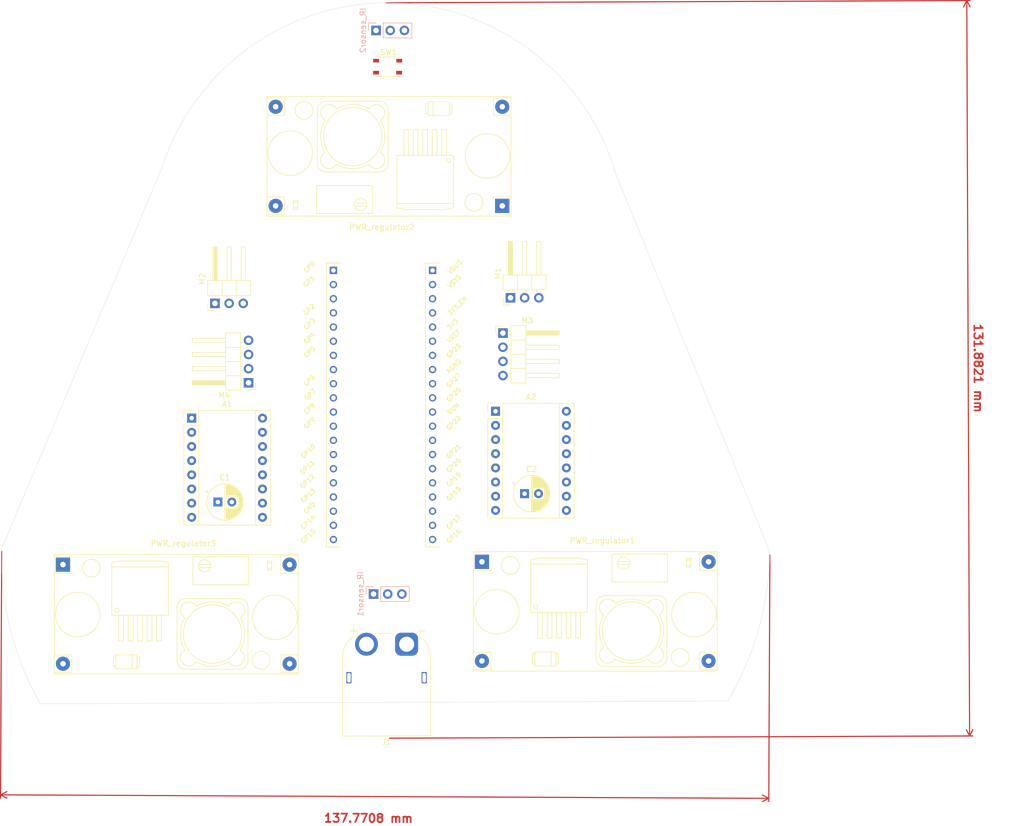
<source format=kicad_pcb>
(kicad_pcb (version 20240108) (generator "pcbnew") (generator_version "8.0")
  (layers (0 "F.Cu" signal) (31 "B.Cu" signal) (34 "B.Paste" user) (35 "F.Paste" user) (36 "B.SilkS" user "B.Silkscreen") (37 "F.SilkS" user "F.Silkscreen") (38 "B.Mask" user) (39 "F.Mask" user) (44 "Edge.Cuts" user))
  (net 0 "")
  (net 1 "Stepper_PWR_12V")
  (net 2 "/mode_bit_3")
  (net 3 "/B2_1")
  (net 4 "/A1_1")
  (net 6 "/A2_1")
  (net 7 "/B1_1")
  (net 9 "/A1_2")
  (net 10 "/B2_2")
  (net 11 "/B1_2")
  (net 12 "/A2_2")
  (net 13 "/PICO_PWR_5V")
  (net 17 "VBUS")
  (net 20 "+3V3")
  (net 21 "/RUN")
  (net 22 "GND")
  (net 23 "/GPIO6")
  (net 25 "/GPIO15")
  (net 26 "/GPIO7")
  (net 27 "/GPIO10")
  (net 28 "/GPIO0")
  (net 29 "/GPIO11")
  (net 30 "/GPIO14")
  (net 31 "/mode_bit_1")
  (net 32 "/mode_bit_2")
  (net 33 "Lipo")
  (net 34 "/Servo_PWR_5V")
  (net 42 "/GPIO1")
  (footprint "Button_Switch_SMD:SW_Push_1P1T_NO_Vertical_Wuerth_434133025816" (layer "F.Cu") (at 124.95 43.705)
    (property "Reference" "SW1" (at 0.15 -2.6 0) (layer "F.SilkS"))
    (property "Value" "SW_Push")
    (pad "1" smd rect (at -2.075 -1.075) (size 1.05 0.65) (layers "F.Cu" "F.Paste" "F.Mask") (net 21 "/RUN"))
    (pad "1" smd rect (at 2.075 -1.075) (size 1.05 0.65) (layers "F.Cu" "F.Paste" "F.Mask") (net 21 "/RUN"))
    (pad "2" smd rect (at -2.075 1.075) (size 1.05 0.65) (layers "F.Cu" "F.Paste" "F.Mask") (net 22 "GND"))
    (pad "2" smd rect (at 2.05 1.075) (size 1.05 0.65) (layers "F.Cu" "F.Paste" "F.Mask") (net 22 "GND"))
  )
  (footprint "Module:Pololu_Breakout-16_15.2x20.3mm" (layer "F.Cu") (at 144.3 105.5)
    (property "Reference" "A2" (at 6.35 -2.54 0) (layer "F.SilkS"))
    (property "Value" "Pololu_Breakout_DRV8825")
    (pad "1" thru_hole rect (at 0 0) (size 1.6 1.6) (drill 0.8) (layers "*.Cu" "*.Mask") (net 22 "GND"))
    (pad "2" thru_hole oval (at 0 2.54) (size 1.6 1.6) (drill 0.8) (layers "*.Cu" "*.Mask"))
    (pad "3" thru_hole oval (at 0 5.08) (size 1.6 1.6) (drill 0.8) (layers "*.Cu" "*.Mask") (net 12 "/A2_2"))
    (pad "4" thru_hole oval (at 0 7.62) (size 1.6 1.6) (drill 0.8) (layers "*.Cu" "*.Mask") (net 9 "/A1_2"))
    (pad "5" thru_hole oval (at 0 10.16) (size 1.6 1.6) (drill 0.8) (layers "*.Cu" "*.Mask") (net 11 "/B1_2"))
    (pad "6" thru_hole oval (at 0 12.7) (size 1.6 1.6) (drill 0.8) (layers "*.Cu" "*.Mask") (net 10 "/B2_2"))
    (pad "7" thru_hole oval (at 0 15.24) (size 1.6 1.6) (drill 0.8) (layers "*.Cu" "*.Mask") (net 22 "GND"))
    (pad "8" thru_hole oval (at 0 17.78) (size 1.6 1.6) (drill 0.8) (layers "*.Cu" "*.Mask") (net 1 "Stepper_PWR_12V"))
    (pad "9" thru_hole oval (at 12.7 17.78) (size 1.6 1.6) (drill 0.8) (layers "*.Cu" "*.Mask") (net 22 "GND"))
    (pad "10" thru_hole oval (at 12.7 15.24) (size 1.6 1.6) (drill 0.8) (layers "*.Cu" "*.Mask") (net 31 "/mode_bit_1"))
    (pad "11" thru_hole oval (at 12.7 12.7) (size 1.6 1.6) (drill 0.8) (layers "*.Cu" "*.Mask") (net 32 "/mode_bit_2"))
    (pad "12" thru_hole oval (at 12.7 10.16) (size 1.6 1.6) (drill 0.8) (layers "*.Cu" "*.Mask") (net 2 "/mode_bit_3"))
    (pad "13" thru_hole oval (at 12.7 7.62) (size 1.6 1.6) (drill 0.8) (layers "*.Cu" "*.Mask") (net 13 "/PICO_PWR_5V"))
    (pad "14" thru_hole oval (at 12.7 5.08) (size 1.6 1.6) (drill 0.8) (layers "*.Cu" "*.Mask") (net 13 "/PICO_PWR_5V"))
    (pad "15" thru_hole oval (at 12.7 2.54) (size 1.6 1.6) (drill 0.8) (layers "*.Cu" "*.Mask") (net 27 "/GPIO10"))
    (pad "16" thru_hole oval (at 12.7 0) (size 1.6 1.6) (drill 0.8) (layers "*.Cu" "*.Mask") (net 29 "/GPIO11"))
  )
  (footprint "Capacitor_THT:CP_Radial_D6.3mm_P2.50mm" (layer "F.Cu") (at 149.5 120.28)
    (property "Reference" "C2" (at 1.25 -4.4 0) (layer "F.SilkS"))
    (property "Value" "C_Polarized")
    (pad "1" thru_hole rect (at 0 0) (size 1.6 1.6) (drill 0.8) (layers "*.Cu" "*.Mask") (net 1 "Stepper_PWR_12V"))
    (pad "2" thru_hole circle (at 2.5 0) (size 1.6 1.6) (drill 0.8) (layers "*.Cu" "*.Mask") (net 22 "GND"))
  )
  (footprint "capstone:YAAJ_DCDC_StepDown_LM2596" (layer "F.Cu") (at 141.86 132.5)
    (property "Reference" "PWR_regulator1" (at 21.59 -3.81 0) (layer "F.SilkS"))
    (property "Value" "~")
    (pad "1" thru_hole rect (at 0 0) (size 2.54 2.54) (drill 1) (layers "*.Cu" "*.Mask") (net 1 "Stepper_PWR_12V"))
    (pad "2" thru_hole circle (at 0 17.78) (size 2.54 2.54) (drill 1) (layers "*.Cu" "*.Mask") (net 22 "GND"))
    (pad "3" thru_hole circle (at 40.64 17.78) (size 2.54 2.54) (drill 1) (layers "*.Cu" "*.Mask") (net 33 "Lipo"))
    (pad "4" thru_hole circle (at 40.64 0) (size 2.54 2.54) (drill 1) (layers "*.Cu" "*.Mask") (net 22 "GND"))
  )
  (footprint "Connector_PinHeader_2.54mm:PinHeader_1x04_P2.54mm_Horizontal" (layer "F.Cu") (at 100 100.4 180)
    (property "Reference" "M4" (at 4.385 -2.27 0) (layer "F.SilkS"))
    (property "Value" "Stepper_Motor_bipolar")
    (pad "1" thru_hole rect (at 0 0 180) (size 1.7 1.7) (drill 1) (layers "*.Cu" "*.Mask") (net 4 "/A1_1"))
    (pad "2" thru_hole oval (at 0 2.54 180) (size 1.7 1.7) (drill 1) (layers "*.Cu" "*.Mask") (net 6 "/A2_1"))
    (pad "3" thru_hole oval (at 0 5.08 180) (size 1.7 1.7) (drill 1) (layers "*.Cu" "*.Mask") (net 7 "/B1_1"))
    (pad "4" thru_hole oval (at 0 7.62 180) (size 1.7 1.7) (drill 1) (layers "*.Cu" "*.Mask") (net 3 "/B2_1"))
  )
  (footprint "Capacitor_THT:CP_Radial_D6.3mm_P2.50mm" (layer "F.Cu") (at 94.5 121.78)
    (property "Reference" "C1" (at 1.25 -4.4 0) (layer "F.SilkS"))
    (property "Value" "C_Polarized")
    (pad "1" thru_hole rect (at 0 0) (size 1.6 1.6) (drill 0.8) (layers "*.Cu" "*.Mask") (net 1 "Stepper_PWR_12V"))
    (pad "2" thru_hole circle (at 2.5 0) (size 1.6 1.6) (drill 0.8) (layers "*.Cu" "*.Mask") (net 22 "GND"))
  )
  (footprint "Connector_PinHeader_2.54mm:PinHeader_1x04_P2.54mm_Horizontal" (layer "F.Cu") (at 145.625 91.48)
    (property "Reference" "M3" (at 4.385 -2.27 0) (layer "F.SilkS"))
    (property "Value" "Stepper_Motor_bipolar")
    (pad "1" thru_hole rect (at 0 0) (size 1.7 1.7) (drill 1) (layers "*.Cu" "*.Mask") (net 9 "/A1_2"))
    (pad "2" thru_hole oval (at 0 2.54) (size 1.7 1.7) (drill 1) (layers "*.Cu" "*.Mask") (net 12 "/A2_2"))
    (pad "3" thru_hole oval (at 0 5.08) (size 1.7 1.7) (drill 1) (layers "*.Cu" "*.Mask") (net 11 "/B1_2"))
    (pad "4" thru_hole oval (at 0 7.62) (size 1.7 1.7) (drill 1) (layers "*.Cu" "*.Mask") (net 10 "/B2_2"))
  )
  (footprint "capstone:RPi_PicoW_SMD_TH" (layer "F.Cu") (at 124 101.89)
    (property "Reference" "U1" (hide yes))
    (property "Value" "PicoW" (hide yes))
    (fp_text user "GP8" (at -13.06 3.17 45) (layer "F.SilkS") (effects (font (size 0.8 0.8))))
    (fp_text user "GP1" (at -13.16 -19.7 45) (layer "F.SilkS") (effects (font (size 0.8 0.8))))
    (fp_text user "GP17" (at 12.794 23.49 45) (layer "F.SilkS") (effects (font (size 0.8 0.8))))
    (fp_text user "GP13" (at -13.314 18.7325 45) (layer "F.SilkS") (effects (font (size 0.8 0.8))))
    (fp_text user "GP0" (at -13.06 -22.23 45) (layer "F.SilkS") (effects (font (size 0.8 0.8))))
    (fp_text user "GP2" (at -13.16 -14.61 45) (layer "F.SilkS") (effects (font (size 0.8 0.8))))
    (fp_text user "AGND" (at 12.794 -4.45 45) (layer "F.SilkS") (effects (font (size 0.8 0.8))))
    (fp_text user "RUN" (at 12.74 3.17 45) (layer "F.SilkS") (effects (font (size 0.8 0.8))))
    (fp_text user "GP28" (at 12.794 -7.244 45) (layer "F.SilkS") (effects (font (size 0.8 0.8))))
    (fp_text user "VREF" (at 12.8075 -9.8425 45) (layer "F.SilkS") (effects (font (size 0.8 0.8))))
    (fp_text user "3V3" (at 12.64 -12 45) (layer "F.SilkS") (effects (font (size 0.8 0.8))))
    (fp_text user "GP3" (at -13.06 -12.07 45) (layer "F.SilkS") (effects (font (size 0.8 0.8))))
    (fp_text user "GP27" (at 12.794 -1.9 45) (layer "F.SilkS") (effects (font (size 0.8 0.8))))
    (fp_text user "GP20" (at 12.794 13.33 45) (layer "F.SilkS") (effects (font (size 0.8 0.8))))
    (fp_text user "GP10" (at -13.314 10.79 45) (layer "F.SilkS") (effects (font (size 0.8 0.8))))
    (fp_text user "VBUS" (at 13.04 -22.3 45) (layer "F.SilkS") (effects (font (size 0.8 0.8))))
    (fp_text user "GP18" (at 12.794 18.41 45) (layer "F.SilkS") (effects (font (size 0.8 0.8))))
    (fp_text user "GP6" (at -13.06 -1.91 45) (layer "F.SilkS") (effects (font (size 0.8 0.8))))
    (fp_text user "GP21" (at 12.794 10.8 45) (layer "F.SilkS") (effects (font (size 0.8 0.8))))
    (fp_text user "GP7" (at -12.96 0.6 45) (layer "F.SilkS") (effects (font (size 0.8 0.8))))
    (fp_text user "GP16" (at 12.794 26.03 45) (layer "F.SilkS") (effects (font (size 0.8 0.8))))
    (fp_text user "GP22" (at 12.794 5.71 45) (layer "F.SilkS") (effects (font (size 0.8 0.8))))
    (fp_text user "GP15" (at -13.314 26.03 45) (layer "F.SilkS") (effects (font (size 0.8 0.8))))
    (fp_text user "3V3_EN" (at 13.44 -15.3 45) (layer "F.SilkS") (effects (font (size 0.8 0.8))))
    (fp_text user "GP19" (at 12.794 15.87 45) (layer "F.SilkS") (effects (font (size 0.8 0.8))))
    (fp_text user "GP14" (at -13.36 23.49 45) (layer "F.SilkS") (effects (font (size 0.8 0.8))))
    (fp_text user "GP26" (at 12.794 0.63 45) (layer "F.SilkS") (effects (font (size 0.8 0.8))))
    (fp_text user "GP5" (at -13.06 -6.99 45) (layer "F.SilkS") (effects (font (size 0.8 0.8))))
    (fp_text user "GP12" (at -13.46 16.1925 45) (layer "F.SilkS") (effects (font (size 0.8 0.8))))
    (fp_text user "GP11" (at -13.46 13.6525 45) (layer "F.SilkS") (effects (font (size 0.8 0.8))))
    (fp_text user "GND" (at -13.06 20.95 45) (layer "F.SilkS") (effects (font (size 0.8 0.8))))
    (fp_text user "GP4" (at -13.06 -9.53 45) (layer "F.SilkS") (effects (font (size 0.8 0.8))))
    (fp_text user "GP9" (at -13.06 5.71 45) (layer "F.SilkS") (effects (font (size 0.8 0.8))))
    (fp_text user "VSYS" (at 12.94 -19.69 45) (layer "F.SilkS") (effects (font (size 0.8 0.8))))
    (pad "1" thru_hole rect (at -8.78 -21.65 90) (size 1.308 1.308) (drill 0.8) (layers "*.Cu" "*.Mask") (net 28 "/GPIO0"))
    (pad "2" thru_hole circle (at -8.78 -19.11 90) (size 1.308 1.308) (drill 0.8) (layers "*.Cu" "*.Mask") (net 42 "/GPIO1"))
    (pad "3" thru_hole circle (at -8.78 -16.57 90) (size 1.308 1.308) (drill 0.8) (layers "*.Cu" "*.Mask") (net 22 "GND"))
    (pad "4" thru_hole circle (at -8.78 -14.03 90) (size 1.308 1.308) (drill 0.8) (layers "*.Cu" "*.Mask"))
    (pad "5" thru_hole circle (at -8.78 -11.49 90) (size 1.308 1.308) (drill 0.8) (layers "*.Cu" "*.Mask"))
    (pad "6" thru_hole circle (at -8.78 -8.95 90) (size 1.308 1.308) (drill 0.8) (layers "*.Cu" "*.Mask"))
    (pad "7" thru_hole circle (at -8.78 -6.41 90) (size 1.308 1.308) (drill 0.8) (layers "*.Cu" "*.Mask"))
    (pad "8" thru_hole circle (at -8.78 -3.87 90) (size 1.308 1.308) (drill 0.8) (layers "*.Cu" "*.Mask") (net 22 "GND"))
    (pad "9" thru_hole circle (at -8.78 -1.33 90) (size 1.308 1.308) (drill 0.8) (layers "*.Cu" "*.Mask") (net 23 "/GPIO6"))
    (pad "10" thru_hole circle (at -8.78 1.21 90) (size 1.308 1.308) (drill 0.8) (layers "*.Cu" "*.Mask") (net 26 "/GPIO7"))
    (pad "11" thru_hole circle (at -8.78 3.75 90) (size 1.308 1.308) (drill 0.8) (layers "*.Cu" "*.Mask"))
    (pad "12" thru_hole circle (at -8.78 6.29 90) (size 1.308 1.308) (drill 0.8) (layers "*.Cu" "*.Mask"))
    (pad "13" thru_hole circle (at -8.78 8.83 90) (size 1.308 1.308) (drill 0.8) (layers "*.Cu" "*.Mask") (net 22 "GND"))
    (pad "14" thru_hole circle (at -8.78 11.37 90) (size 1.308 1.308) (drill 0.8) (layers "*.Cu" "*.Mask") (net 27 "/GPIO10"))
    (pad "15" thru_hole circle (at -8.78 13.91 90) (size 1.308 1.308) (drill 0.8) (layers "*.Cu" "*.Mask") (net 29 "/GPIO11"))
    (pad "16" thru_hole circle (at -8.78 16.45 90) (size 1.308 1.308) (drill 0.8) (layers "*.Cu" "*.Mask"))
    (pad "17" thru_hole circle (at -8.78 18.99 90) (size 1.308 1.308) (drill 0.8) (layers "*.Cu" "*.Mask"))
    (pad "18" thru_hole circle (at -8.78 21.53 90) (size 1.308 1.308) (drill 0.8) (layers "*.Cu" "*.Mask") (net 22 "GND"))
    (pad "19" thru_hole circle (at -8.78 24.07 90) (size 1.308 1.308) (drill 0.8) (layers "*.Cu" "*.Mask") (net 30 "/GPIO14"))
    (pad "20" thru_hole circle (at -8.78 26.61 90) (size 1.308 1.308) (drill 0.8) (layers "*.Cu" "*.Mask") (net 25 "/GPIO15"))
    (pad "21" thru_hole circle (at 9 26.61 90) (size 1.308 1.308) (drill 0.8) (layers "*.Cu" "*.Mask"))
    (pad "22" thru_hole circle (at 9 24.07 90) (size 1.308 1.308) (drill 0.8) (layers "*.Cu" "*.Mask"))
    (pad "23" thru_hole circle (at 9 21.53 90) (size 1.308 1.308) (drill 0.8) (layers "*.Cu" "*.Mask") (net 22 "GND"))
    (pad "24" thru_hole circle (at 9 18.99 90) (size 1.308 1.308) (drill 0.8) (layers "*.Cu" "*.Mask") (net 2 "/mode_bit_3"))
    (pad "25" thru_hole circle (at 9 16.45 90) (size 1.308 1.308) (drill 0.8) (layers "*.Cu" "*.Mask") (net 32 "/mode_bit_2"))
    (pad "26" thru_hole circle (at 9 13.91 90) (size 1.308 1.308) (drill 0.8) (layers "*.Cu" "*.Mask") (net 31 "/mode_bit_1"))
    (pad "27" thru_hole circle (at 9 11.37 90) (size 1.308 1.308) (drill 0.8) (layers "*.Cu" "*.Mask"))
    (pad "28" thru_hole circle (at 9 8.83 90) (size 1.308 1.308) (drill 0.8) (layers "*.Cu" "*.Mask") (net 22 "GND"))
    (pad "29" thru_hole circle (at 9 6.29 90) (size 1.308 1.308) (drill 0.8) (layers "*.Cu" "*.Mask"))
    (pad "30" thru_hole circle (at 9 3.75 90) (size 1.308 1.308) (drill 0.8) (layers "*.Cu" "*.Mask") (net 21 "/RUN"))
    (pad "31" thru_hole circle (at 9 1.21 90) (size 1.308 1.308) (drill 0.8) (layers "*.Cu" "*.Mask"))
    (pad "32" thru_hole circle (at 9 -1.33 90) (size 1.308 1.308) (drill 0.8) (layers "*.Cu" "*.Mask"))
    (pad "33" thru_hole circle (at 9 -3.87 90) (size 1.308 1.308) (drill 0.8) (layers "*.Cu" "*.Mask") (net 22 "GND"))
    (pad "34" thru_hole circle (at 9 -6.41 90) (size 1.308 1.308) (drill 0.8) (layers "*.Cu" "*.Mask"))
    (pad "35" thru_hole circle (at 9 -8.95 90) (size 1.308 1.308) (drill 0.8) (layers "*.Cu" "*.Mask"))
    (pad "36" thru_hole circle (at 9 -11.49 90) (size 1.308 1.308) (drill 0.8) (layers "*.Cu" "*.Mask") (net 20 "+3V3"))
    (pad "37" thru_hole circle (at 9 -14.03 90) (size 1.308 1.308) (drill 0.8) (layers "*.Cu" "*.Mask"))
    (pad "38" thru_hole circle (at 9 -16.57 90) (size 1.308 1.308) (drill 0.8) (layers "*.Cu" "*.Mask") (net 22 "GND"))
    (pad "39" thru_hole circle (at 9 -19.11 90) (size 1.308 1.308) (drill 0.8) (layers "*.Cu" "*.Mask") (net 13 "/PICO_PWR_5V"))
    (pad "40" thru_hole rect (at 9 -21.65 90) (size 1.308 1.308) (drill 0.8) (layers "*.Cu" "*.Mask") (net 17 "VBUS"))
  )
  (footprint "Connector_AMASS:AMASS_XT60PW-M_1x02_P7.20mm_Horizontal" (layer "F.Cu") (at 128.35 147.28 180)
    (property "Reference" "J1" (at 3.6 -17.5 180) (layer "F.SilkS"))
    (property "Value" "Conn_01x02")
    (fp_text user "+" (at 9.5 2.5 180) (layer "F.SilkS") (effects (font (size 1.5 1.5))))
    (fp_text user "-" (at -2.8 2.5 180) (layer "F.SilkS") (effects (font (size 1.5 1.5))))
    (pad "" thru_hole rect (at -3.15 -6 180) (size 0.9 2) (drill oval 0.6 1.7) (layers "*.Cu" "*.Mask"))
    (pad "" thru_hole rect (at 10.35 -6 180) (size 0.9 2) (drill oval 0.6 1.7) (layers "*.Cu" "*.Mask"))
    (pad "1" thru_hole roundrect (at 0 0 180) (size 4.1 4.1) (drill 2.7) (layers "*.Cu" "*.Mask") (net 33 "Lipo"))
    (pad "2" thru_hole circle (at 7.2 0 180) (size 4.1 4.1) (drill 2.7) (layers "*.Cu" "*.Mask") (net 22 "GND"))
  )
  (footprint "Connector_PinHeader_2.54mm:PinHeader_1x03_P2.54mm_Horizontal" (layer "F.Cu") (at 146.975 85.155 90)
    (property "Reference" "M1" (at 4.385 -2.27 90) (layer "F.SilkS"))
    (property "Value" "Motor_Servo")
    (pad "1" thru_hole rect (at 0 0 90) (size 1.7 1.7) (drill 1) (layers "*.Cu" "*.Mask") (net 42 "/GPIO1"))
    (pad "2" thru_hole oval (at 0 2.54 90) (size 1.7 1.7) (drill 1) (layers "*.Cu" "*.Mask") (net 34 "/Servo_PWR_5V"))
    (pad "3" thru_hole oval (at 0 5.08 90) (size 1.7 1.7) (drill 1) (layers "*.Cu" "*.Mask") (net 22 "GND"))
  )
  (footprint "capstone:YAAJ_DCDC_StepDown_LM2596" (layer "F.Cu") (at 66.72 133)
    (property "Reference" "PWR_regulator3" (at 21.59 -3.81 360) (layer "F.SilkS"))
    (property "Value" "~")
    (pad "1" thru_hole rect (at 0 0) (size 2.54 2.54) (drill 1) (layers "*.Cu" "*.Mask") (net 13 "/PICO_PWR_5V"))
    (pad "2" thru_hole circle (at 0 17.78) (size 2.54 2.54) (drill 1) (layers "*.Cu" "*.Mask") (net 22 "GND"))
    (pad "3" thru_hole circle (at 40.64 17.78) (size 2.54 2.54) (drill 1) (layers "*.Cu" "*.Mask") (net 33 "Lipo"))
    (pad "4" thru_hole circle (at 40.64 0) (size 2.54 2.54) (drill 1) (layers "*.Cu" "*.Mask") (net 22 "GND"))
  )
  (footprint "capstone:YAAJ_DCDC_StepDown_LM2596" (layer "F.Cu") (at 145.5 68.67 180)
    (property "Reference" "PWR_regulator2" (at 21.59 -3.81 360) (layer "F.SilkS"))
    (property "Value" "~")
    (pad "1" thru_hole rect (at 0 0 180) (size 2.54 2.54) (drill 1) (layers "*.Cu" "*.Mask") (net 34 "/Servo_PWR_5V"))
    (pad "2" thru_hole circle (at 0 17.78 180) (size 2.54 2.54) (drill 1) (layers "*.Cu" "*.Mask") (net 22 "GND"))
    (pad "3" thru_hole circle (at 40.64 17.78 180) (size 2.54 2.54) (drill 1) (layers "*.Cu" "*.Mask") (net 33 "Lipo"))
    (pad "4" thru_hole circle (at 40.64 0 180) (size 2.54 2.54) (drill 1) (layers "*.Cu" "*.Mask") (net 22 "GND"))
  )
  (footprint "Module:Pololu_Breakout-16_15.2x20.3mm" (layer "F.Cu") (at 89.8 106.74)
    (property "Reference" "A1" (at 6.35 -2.54 0) (layer "F.SilkS"))
    (property "Value" "Pololu_Breakout_DRV8825")
    (pad "1" thru_hole rect (at 0 0) (size 1.6 1.6) (drill 0.8) (layers "*.Cu" "*.Mask") (net 22 "GND"))
    (pad "2" thru_hole oval (at 0 2.54) (size 1.6 1.6) (drill 0.8) (layers "*.Cu" "*.Mask"))
    (pad "3" thru_hole oval (at 0 5.08) (size 1.6 1.6) (drill 0.8) (layers "*.Cu" "*.Mask") (net 6 "/A2_1"))
    (pad "4" thru_hole oval (at 0 7.62) (size 1.6 1.6) (drill 0.8) (layers "*.Cu" "*.Mask") (net 4 "/A1_1"))
    (pad "5" thru_hole oval (at 0 10.16) (size 1.6 1.6) (drill 0.8) (layers "*.Cu" "*.Mask") (net 7 "/B1_1"))
    (pad "6" thru_hole oval (at 0 12.7) (size 1.6 1.6) (drill 0.8) (layers "*.Cu" "*.Mask") (net 3 "/B2_1"))
    (pad "7" thru_hole oval (at 0 15.24) (size 1.6 1.6) (drill 0.8) (layers "*.Cu" "*.Mask") (net 22 "GND"))
    (pad "8" thru_hole oval (at 0 17.78) (size 1.6 1.6) (drill 0.8) (layers "*.Cu" "*.Mask") (net 1 "Stepper_PWR_12V"))
    (pad "9" thru_hole oval (at 12.7 17.78) (size 1.6 1.6) (drill 0.8) (layers "*.Cu" "*.Mask") (net 22 "GND"))
    (pad "10" thru_hole oval (at 12.7 15.24) (size 1.6 1.6) (drill 0.8) (layers "*.Cu" "*.Mask") (net 31 "/mode_bit_1"))
    (pad "11" thru_hole oval (at 12.7 12.7) (size 1.6 1.6) (drill 0.8) (layers "*.Cu" "*.Mask") (net 32 "/mode_bit_2"))
    (pad "12" thru_hole oval (at 12.7 10.16) (size 1.6 1.6) (drill 0.8) (layers "*.Cu" "*.Mask") (net 2 "/mode_bit_3"))
    (pad "13" thru_hole oval (at 12.7 7.62) (size 1.6 1.6) (drill 0.8) (layers "*.Cu" "*.Mask") (net 13 "/PICO_PWR_5V"))
    (pad "14" thru_hole oval (at 12.7 5.08) (size 1.6 1.6) (drill 0.8) (layers "*.Cu" "*.Mask") (net 13 "/PICO_PWR_5V"))
    (pad "15" thru_hole oval (at 12.7 2.54) (size 1.6 1.6) (drill 0.8) (layers "*.Cu" "*.Mask") (net 23 "/GPIO6"))
    (pad "16" thru_hole oval (at 12.7 0) (size 1.6 1.6) (drill 0.8) (layers "*.Cu" "*.Mask") (net 26 "/GPIO7"))
  )
  (footprint "Connector_PinHeader_2.54mm:PinHeader_1x03_P2.54mm_Horizontal" (layer "F.Cu") (at 93.975 86.155 90)
    (property "Reference" "M2" (at 4.385 -2.27 90) (layer "F.SilkS"))
    (property "Value" "Motor_Servo")
    (pad "1" thru_hole rect (at 0 0 90) (size 1.7 1.7) (drill 1) (layers "*.Cu" "*.Mask") (net 28 "/GPIO0"))
    (pad "2" thru_hole oval (at 0 2.54 90) (size 1.7 1.7) (drill 1) (layers "*.Cu" "*.Mask") (net 34 "/Servo_PWR_5V"))
    (pad "3" thru_hole oval (at 0 5.08 90) (size 1.7 1.7) (drill 1) (layers "*.Cu" "*.Mask") (net 22 "GND"))
  )
  (footprint "Connector_PinHeader_2.54mm:PinHeader_1x03_P2.54mm_Vertical" (layer "B.Cu") (at 122.42 138.28 -90)
    (property "Reference" "IR_sensor1" (at 0 2.33 90) (layer "B.SilkS") (effects (justify mirror)))
    (property "Value" "~")
    (pad "1" thru_hole rect (at 0 0 270) (size 1.7 1.7) (drill 1) (layers "*.Cu" "*.Mask") (net 20 "+3V3"))
    (pad "2" thru_hole oval (at 0 -2.54 270) (size 1.7 1.7) (drill 1) (layers "*.Cu" "*.Mask") (net 22 "GND"))
    (pad "3" thru_hole oval (at 0 -5.08 270) (size 1.7 1.7) (drill 1) (layers "*.Cu" "*.Mask") (net 30 "/GPIO14"))
  )
  (footprint "Connector_PinHeader_2.54mm:PinHeader_1x03_P2.54mm_Vertical" (layer "B.Cu") (at 122.87 37.205 -90)
    (property "Reference" "IR_sensor2" (at 0 2.33 90) (layer "B.SilkS") (effects (justify mirror)))
    (property "Value" "~")
    (pad "1" thru_hole rect (at 0 0 270) (size 1.7 1.7) (drill 1) (layers "*.Cu" "*.Mask") (net 20 "+3V3"))
    (pad "2" thru_hole oval (at 0 -2.54 270) (size 1.7 1.7) (drill 1) (layers "*.Cu" "*.Mask") (net 22 "GND"))
    (pad "3" thru_hole oval (at 0 -5.08 270) (size 1.7 1.7) (drill 1) (layers "*.Cu" "*.Mask") (net 25 "/GPIO15"))
  )
  (gr_poly (pts (xy 193.5 130.78) (arc (start 165.822698 62.831893) (mid 125.550139 32.248278) (end 84.5 61.78)) (arc (start 55.73064 130.151793) (mid 57.27125 144.542113) (end 62.661561 157.973394)) (arc (start 185.957888 157.46044) (mid 191.453666 144.60777) (end 193.499999 130.78))) (stroke (width 0.05)) (fill none) (layer "Edge.Cuts"))
  (dimension (type aligned) (layer "F.Cu") (pts (xy 124.75 164.13) (xy 124.245257 32.248894)) (height 104.564013) (gr_text "131.8821 mm" (at 230.860862 97.782367 -89.78071491) (layer "F.Cu") (effects (font (size 1.5 1.5) (thickness 0.3)))) (format (prefix "") (suffix "") (units 3) (units_format 1) (precision 4)) (style (thickness 0.2) (arrow_length 1.27) (text_position_mode 0) (extension_height 0.58642) (extension_offset 0.5) keep_text_aligned))
  (dimension (type aligned) (layer "F.Cu") (pts (xy 55.73064 130.151793) (xy 193.499999 130.78)) (height 44.139674) (gr_text "137.7708 mm" (at 121.5 178.5 359.7387415) (layer "F.Cu") (effects (font (size 1.5 1.5) (thickness 0.3)))) (format (prefix "") (suffix "") (units 3) (units_format 1) (precision 4)) (style (thickness 0.2) (arrow_length 1.27) (text_position_mode 2) (extension_height 0.58642) (extension_offset 0.5) keep_text_aligned))
)
</source>
